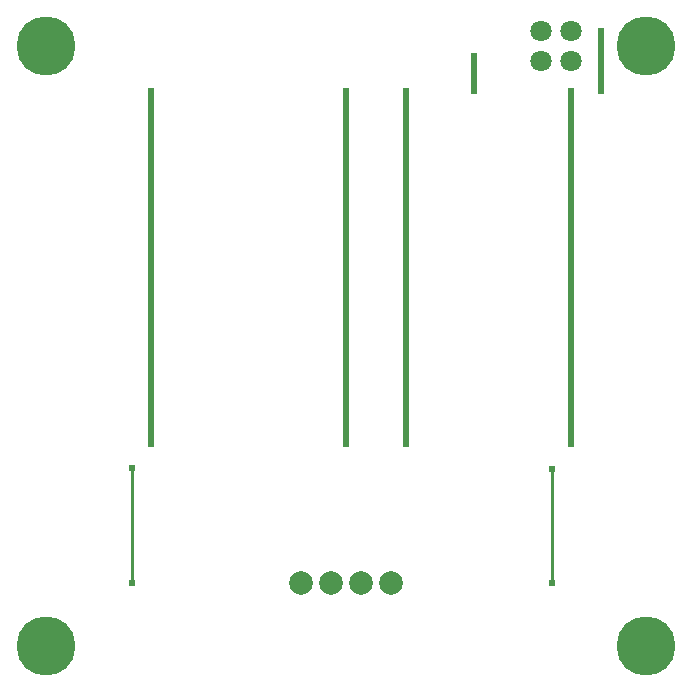
<source format=gbl>
G04 Layer: BottomLayer*
G04 EasyEDA v6.5.34, 2023-09-15 23:54:46*
G04 069993ef92384b94ac11e72f319acd54,5a6b42c53f6a479593ecc07194224c93,10*
G04 Gerber Generator version 0.2*
G04 Scale: 100 percent, Rotated: No, Reflected: No *
G04 Dimensions in millimeters *
G04 leading zeros omitted , absolute positions ,4 integer and 5 decimal *
%FSLAX45Y45*%
%MOMM*%

%ADD10C,0.2540*%
%ADD11C,0.5000*%
%ADD12C,5.0000*%
%ADD13C,1.8000*%
%ADD14C,2.0000*%
%ADD15C,0.6096*%

%LPD*%
D10*
X4663434Y1880057D02*
G01*
X4663434Y914443D01*
X1107434Y1883872D02*
G01*
X1107434Y914443D01*
D11*
X4825984Y2086985D02*
G01*
X4825984Y2302885D01*
X4825984Y2302885D02*
G01*
X4825984Y2518785D01*
X4825984Y2518785D02*
G01*
X4825984Y2734685D01*
X4825984Y2734685D02*
G01*
X4825984Y2950585D01*
X4825984Y2950585D02*
G01*
X4825984Y3166485D01*
X4825984Y3166485D02*
G01*
X4825984Y3382385D01*
X4825984Y3382378D02*
G01*
X4825984Y3598278D01*
X4825984Y3598278D02*
G01*
X4825984Y3814178D01*
X4825984Y3814178D02*
G01*
X4825984Y4030078D01*
X4825984Y4030078D02*
G01*
X4825984Y4245978D01*
X4825984Y4245978D02*
G01*
X4825984Y4461878D01*
X4825984Y4461878D02*
G01*
X4825984Y4677778D01*
X4825984Y4677778D02*
G01*
X4825984Y4893678D01*
X4825984Y4893678D02*
G01*
X4825984Y5079992D01*
X3428989Y2086985D02*
G01*
X3428989Y2302885D01*
X3428989Y2302885D02*
G01*
X3428989Y2518785D01*
X3428989Y2518785D02*
G01*
X3428989Y2734685D01*
X3428989Y2734685D02*
G01*
X3428989Y2950585D01*
X3428989Y2950585D02*
G01*
X3428989Y3166485D01*
X3428989Y3166485D02*
G01*
X3428989Y3382385D01*
X3428989Y3382378D02*
G01*
X3428989Y3598278D01*
X3428989Y3598278D02*
G01*
X3428989Y3814178D01*
X3428989Y3814178D02*
G01*
X3428989Y4030078D01*
X3428989Y4030078D02*
G01*
X3428989Y4245978D01*
X3428989Y4245978D02*
G01*
X3428989Y4461878D01*
X3428989Y4461878D02*
G01*
X3428989Y4677778D01*
X3428989Y4677778D02*
G01*
X3428989Y4893678D01*
X3428989Y4893678D02*
G01*
X3428989Y5079992D01*
X2920989Y2086985D02*
G01*
X2920989Y2302885D01*
X2920989Y2302885D02*
G01*
X2920989Y2518785D01*
X2920989Y2518785D02*
G01*
X2920989Y2734685D01*
X2920989Y2734685D02*
G01*
X2920989Y2950585D01*
X2920989Y2950585D02*
G01*
X2920989Y3166485D01*
X2920989Y3166485D02*
G01*
X2920989Y3382385D01*
X2920989Y3382378D02*
G01*
X2920989Y3598278D01*
X2920989Y3598278D02*
G01*
X2920989Y3814178D01*
X2920989Y3814178D02*
G01*
X2920989Y4030078D01*
X2920989Y4030078D02*
G01*
X2920989Y4245978D01*
X2920989Y4245978D02*
G01*
X2920989Y4461878D01*
X2920989Y4461878D02*
G01*
X2920989Y4677778D01*
X2920989Y4677778D02*
G01*
X2920989Y4893678D01*
X2920989Y4893678D02*
G01*
X2920989Y5079992D01*
X1269992Y2086983D02*
G01*
X1269992Y2302883D01*
X1269992Y2302883D02*
G01*
X1269992Y2518783D01*
X1269992Y2518783D02*
G01*
X1269992Y2734683D01*
X1269992Y2734683D02*
G01*
X1269992Y2950583D01*
X1269992Y2950583D02*
G01*
X1269992Y3166483D01*
X1269992Y3166483D02*
G01*
X1269992Y3382383D01*
X1269992Y3382380D02*
G01*
X1269992Y3598280D01*
X1269992Y3598280D02*
G01*
X1269992Y3814180D01*
X1269992Y3814180D02*
G01*
X1269992Y4030080D01*
X1269992Y4030080D02*
G01*
X1269992Y4245980D01*
X1269992Y4245980D02*
G01*
X1269992Y4461880D01*
X1269992Y4461880D02*
G01*
X1269992Y4677780D01*
X1269992Y4677778D02*
G01*
X1269992Y4893678D01*
X1269992Y4893678D02*
G01*
X1269992Y5079992D01*
X5079977Y5587989D02*
G01*
X5079977Y5079977D01*
X4000489Y5372089D02*
G01*
X4000489Y5079977D01*
D12*
G01*
X380992Y5460992D03*
D13*
G01*
X4571992Y5587992D03*
G01*
X4571992Y5333992D03*
G01*
X4825992Y5333992D03*
G01*
X4825992Y5587992D03*
D12*
G01*
X380992Y380992D03*
G01*
X5460992Y380992D03*
G01*
X5460992Y5460992D03*
D14*
G01*
X3301992Y914392D03*
G01*
X2539992Y914392D03*
G01*
X2793992Y914392D03*
G01*
X3047992Y914392D03*
D15*
G01*
X4000492Y5079966D03*
G01*
X4000492Y5372092D03*
G01*
X5079992Y5587992D03*
G01*
X5079992Y5079966D03*
G01*
X1269992Y5079992D03*
G01*
X1269992Y4677783D03*
G01*
X1269992Y4461883D03*
G01*
X1269992Y4245983D03*
G01*
X1269992Y4030083D03*
G01*
X1269992Y3814183D03*
G01*
X1269992Y3598283D03*
G01*
X1269992Y3382383D03*
G01*
X1269992Y3166483D03*
G01*
X1269992Y2950583D03*
G01*
X1269992Y2734683D03*
G01*
X1269992Y2518783D03*
G01*
X1269992Y2302883D03*
G01*
X1269992Y2086983D03*
G01*
X1269992Y4893683D03*
G01*
X2920992Y4893683D03*
G01*
X2920992Y2086983D03*
G01*
X2920992Y2302883D03*
G01*
X2920992Y2518783D03*
G01*
X2920992Y2734683D03*
G01*
X2920992Y2950583D03*
G01*
X2920992Y3166483D03*
G01*
X2920992Y3382383D03*
G01*
X2920992Y3598283D03*
G01*
X2920992Y3814183D03*
G01*
X2920992Y4030083D03*
G01*
X2920992Y4245983D03*
G01*
X2920992Y4461883D03*
G01*
X2920992Y4677783D03*
G01*
X2920992Y5080043D03*
G01*
X3428992Y4893683D03*
G01*
X3428992Y2086983D03*
G01*
X3428992Y2302883D03*
G01*
X3428992Y2518783D03*
G01*
X3428992Y2734683D03*
G01*
X3428992Y2950583D03*
G01*
X3428992Y3166483D03*
G01*
X3428992Y3382383D03*
G01*
X3428992Y3598283D03*
G01*
X3428992Y3814183D03*
G01*
X3428992Y4030083D03*
G01*
X3428992Y4245983D03*
G01*
X3428992Y4461883D03*
G01*
X3428992Y4677783D03*
G01*
X3428992Y5080043D03*
G01*
X4825992Y4893683D03*
G01*
X4825992Y2086983D03*
G01*
X4825992Y2302883D03*
G01*
X4825992Y2518783D03*
G01*
X4825992Y2734683D03*
G01*
X4825992Y2950583D03*
G01*
X4825992Y3166483D03*
G01*
X4825992Y3382383D03*
G01*
X4825992Y3598283D03*
G01*
X4825992Y3814183D03*
G01*
X4825992Y4030083D03*
G01*
X4825992Y4245983D03*
G01*
X4825992Y4461883D03*
G01*
X4825992Y4677783D03*
G01*
X4825992Y5079966D03*
G01*
X1107432Y1883859D03*
G01*
X1107432Y914443D03*
G01*
X4663432Y1880049D03*
G01*
X4663432Y914443D03*
M02*

</source>
